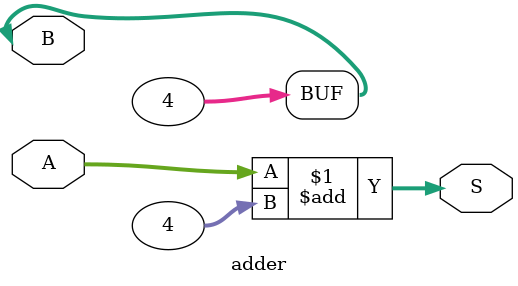
<source format=v>
module adder(
    input [31:0] A, B,
    output [31:0] S
);

assign B = 4;
assign S = A + B;

endmodule

</source>
